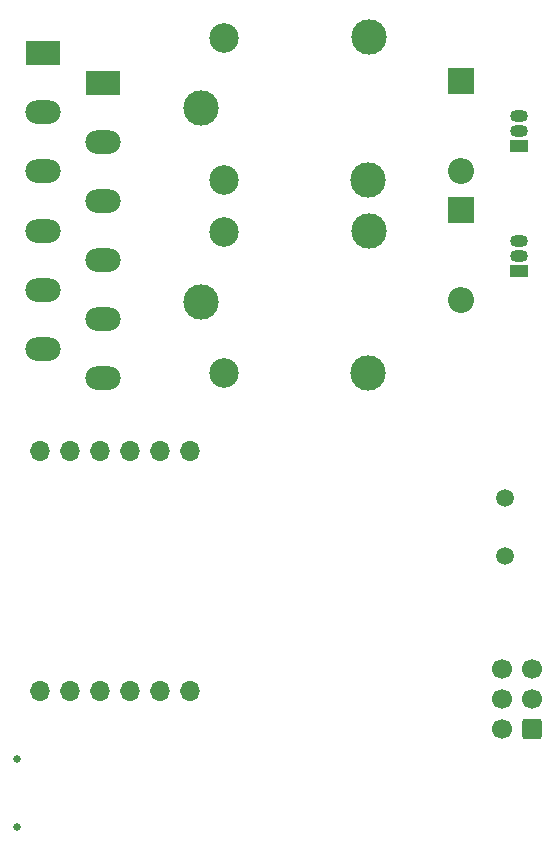
<source format=gbr>
%TF.GenerationSoftware,KiCad,Pcbnew,8.0.1*%
%TF.CreationDate,2024-07-07T22:58:04+02:00*%
%TF.ProjectId,kicad8_atmega328_relay_module,6b696361-6438-45f6-9174-6d6567613332,rev?*%
%TF.SameCoordinates,Original*%
%TF.FileFunction,Soldermask,Bot*%
%TF.FilePolarity,Negative*%
%FSLAX46Y46*%
G04 Gerber Fmt 4.6, Leading zero omitted, Abs format (unit mm)*
G04 Created by KiCad (PCBNEW 8.0.1) date 2024-07-07 22:58:04*
%MOMM*%
%LPD*%
G01*
G04 APERTURE LIST*
G04 Aperture macros list*
%AMRoundRect*
0 Rectangle with rounded corners*
0 $1 Rounding radius*
0 $2 $3 $4 $5 $6 $7 $8 $9 X,Y pos of 4 corners*
0 Add a 4 corners polygon primitive as box body*
4,1,4,$2,$3,$4,$5,$6,$7,$8,$9,$2,$3,0*
0 Add four circle primitives for the rounded corners*
1,1,$1+$1,$2,$3*
1,1,$1+$1,$4,$5*
1,1,$1+$1,$6,$7*
1,1,$1+$1,$8,$9*
0 Add four rect primitives between the rounded corners*
20,1,$1+$1,$2,$3,$4,$5,0*
20,1,$1+$1,$4,$5,$6,$7,0*
20,1,$1+$1,$6,$7,$8,$9,0*
20,1,$1+$1,$8,$9,$2,$3,0*%
G04 Aperture macros list end*
%ADD10C,1.500000*%
%ADD11C,3.000000*%
%ADD12C,2.500000*%
%ADD13RoundRect,0.250000X0.600000X0.600000X-0.600000X0.600000X-0.600000X-0.600000X0.600000X-0.600000X0*%
%ADD14C,1.700000*%
%ADD15R,2.200000X2.200000*%
%ADD16O,2.200000X2.200000*%
%ADD17R,1.500000X1.050000*%
%ADD18O,1.500000X1.050000*%
%ADD19C,0.650000*%
%ADD20O,1.700000X1.700000*%
%ADD21R,3.000000X2.000000*%
%ADD22O,3.000000X2.000000*%
G04 APERTURE END LIST*
D10*
%TO.C,Y1*%
X104500000Y-71050000D03*
X104500000Y-75930000D03*
%TD*%
D11*
%TO.C,K1*%
X78750000Y-38050000D03*
D12*
X80700000Y-44100000D03*
D11*
X92900000Y-44100000D03*
X92950000Y-32050000D03*
D12*
X80700000Y-32100000D03*
%TD*%
D13*
%TO.C,J1*%
X106750000Y-90640000D03*
D14*
X104210000Y-90640000D03*
X106750000Y-88100000D03*
X104210000Y-88100000D03*
X106750000Y-85560000D03*
X104210000Y-85560000D03*
%TD*%
D15*
%TO.C,D3*%
X100750000Y-35750000D03*
D16*
X100750000Y-43370000D03*
%TD*%
D17*
%TO.C,Q2*%
X105650000Y-51830000D03*
D18*
X105650000Y-50560000D03*
X105650000Y-49290000D03*
%TD*%
D19*
%TO.C,J3*%
X63165000Y-93110000D03*
X63165000Y-98890000D03*
%TD*%
D15*
%TO.C,D4*%
X100750000Y-46690000D03*
D16*
X100750000Y-54310000D03*
%TD*%
D11*
%TO.C,K2*%
X78750000Y-54450000D03*
D12*
X80700000Y-60500000D03*
D11*
X92900000Y-60500000D03*
X92950000Y-48450000D03*
D12*
X80700000Y-48500000D03*
%TD*%
D20*
%TO.C,U4*%
X65100000Y-87400000D03*
X67640000Y-87400000D03*
X70180000Y-87400000D03*
X72720000Y-87400000D03*
X75260000Y-87400000D03*
X77800000Y-87400000D03*
X65100000Y-67080000D03*
X67640000Y-67080000D03*
X70180000Y-67080000D03*
X72720000Y-67080000D03*
X75260000Y-67080000D03*
X77800000Y-67080000D03*
%TD*%
D17*
%TO.C,Q1*%
X105650000Y-41250000D03*
D18*
X105650000Y-39980000D03*
X105650000Y-38710000D03*
%TD*%
D21*
%TO.C,J4*%
X65400000Y-33400000D03*
X70400000Y-35900000D03*
D22*
X65400000Y-38400000D03*
X70400000Y-40900000D03*
X65400000Y-43400000D03*
X70400000Y-45900000D03*
X65400000Y-48400000D03*
X70400000Y-50900000D03*
X65400000Y-53400000D03*
X70400000Y-55900000D03*
X65400000Y-58400000D03*
X70400000Y-60900000D03*
%TD*%
M02*

</source>
